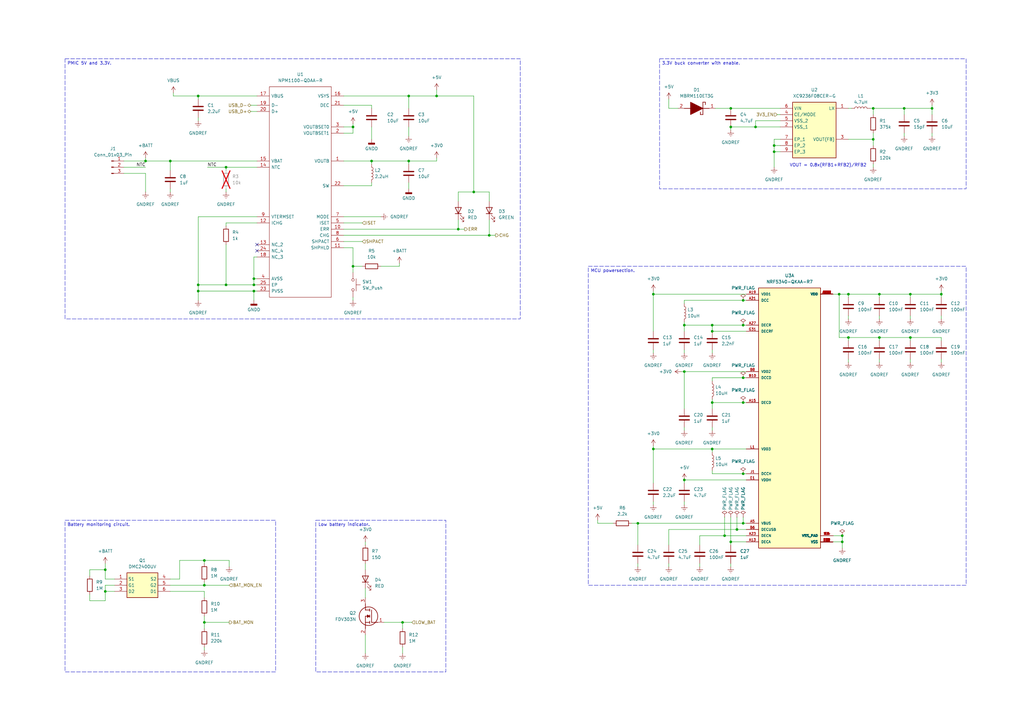
<source format=kicad_sch>
(kicad_sch (version 20231120) (generator "eeschema") (generator_version "8.0")
  (paper "A3")
  (junction (at 43.18 233.68))
  (junction (at 386.08 120.65))
  (junction (at 261.62 214.63))
  (junction (at 187.96 93.98))
  (junction (at 345.44 219.71))
  (junction (at 360.68 120.65))
  (junction (at 358.14 44.45))
  (junction (at 43.18 242.57))
  (junction (at 280.67 133.35))
  (junction (at 167.64 39.37))
  (junction (at 347.98 120.65))
  (junction (at 81.28 119.38))
  (junction (at 292.1 184.15))
  (junction (at 69.85 66.04))
  (junction (at 167.64 66.04))
  (junction (at 267.97 120.65))
  (junction (at 292.1 133.35))
  (junction (at 373.38 138.43))
  (junction (at 317.5 62.23))
  (junction (at 299.72 44.45))
  (junction (at 309.88 52.07))
  (junction (at 104.14 116.84))
  (junction (at 194.31 78.74))
  (junction (at 360.68 138.43))
  (junction (at 104.14 119.38))
  (junction (at 104.14 114.3))
  (junction (at 304.8 154.94))
  (junction (at 81.28 116.84))
  (junction (at 200.66 96.52))
  (junction (at 92.71 68.58))
  (junction (at 304.8 165.1))
  (junction (at 292.1 135.89))
  (junction (at 345.44 222.25))
  (junction (at 144.78 52.07))
  (junction (at 59.69 66.04))
  (junction (at 267.97 184.15))
  (junction (at 304.8 133.35))
  (junction (at 373.38 120.65))
  (junction (at 81.28 39.37))
  (junction (at 83.82 229.87))
  (junction (at 292.1 165.1))
  (junction (at 299.72 222.25))
  (junction (at 358.14 57.15))
  (junction (at 144.78 109.22))
  (junction (at 304.8 194.31))
  (junction (at 83.82 255.27))
  (junction (at 304.8 123.19))
  (junction (at 179.07 39.37))
  (junction (at 152.4 66.04))
  (junction (at 344.17 120.65))
  (junction (at 280.67 196.85))
  (junction (at 83.82 240.03))
  (junction (at 382.27 44.45))
  (junction (at 165.1 255.27))
  (junction (at 299.72 52.07))
  (junction (at 280.67 152.4))
  (junction (at 302.26 217.17))
  (junction (at 347.98 138.43))
  (junction (at 297.18 219.71))
  (junction (at 304.8 214.63))
  (junction (at 92.71 116.84))
  (junction (at 370.84 44.45))
  (junction (at 317.5 59.69))
  (no_connect (at 105.41 100.33))
  (no_connect (at 105.41 102.87))
  (wire (pts (xy 370.84 46.99) (xy 370.84 44.45)))
  (wire (pts (xy 292.1 133.35) (xy 292.1 135.89)))
  (wire (pts (xy 69.85 66.04) (xy 105.41 66.04)))
  (wire (pts (xy 81.28 116.84) (xy 81.28 88.9)))
  (wire (pts (xy 386.08 138.43) (xy 373.38 138.43)))
  (wire (pts (xy 345.44 219.71) (xy 341.63 219.71)))
  (wire (pts (xy 274.32 44.45) (xy 278.13 44.45)))
  (wire (pts (xy 83.82 240.03) (xy 93.98 240.03)))
  (wire (pts (xy 317.5 57.15) (xy 320.04 57.15)))
  (wire (pts (xy 165.1 265.43) (xy 165.1 267.97)))
  (wire (pts (xy 187.96 78.74) (xy 194.31 78.74)))
  (wire (pts (xy 292.1 194.31) (xy 292.1 193.04)))
  (wire (pts (xy 179.07 39.37) (xy 194.31 39.37)))
  (wire (pts (xy 261.62 223.52) (xy 261.62 214.63)))
  (wire (pts (xy 344.17 120.65) (xy 347.98 120.65)))
  (wire (pts (xy 360.68 147.32) (xy 360.68 148.59)))
  (wire (pts (xy 144.78 121.92) (xy 144.78 123.19)))
  (wire (pts (xy 81.28 39.37) (xy 105.41 39.37)))
  (wire (pts (xy 373.38 138.43) (xy 373.38 139.7)))
  (wire (pts (xy 302.26 217.17) (xy 306.07 217.17)))
  (wire (pts (xy 43.18 246.38) (xy 36.83 246.38)))
  (wire (pts (xy 317.5 62.23) (xy 317.5 59.69)))
  (wire (pts (xy 347.98 138.43) (xy 347.98 139.7)))
  (wire (pts (xy 144.78 52.07) (xy 144.78 54.61)))
  (wire (pts (xy 386.08 120.65) (xy 386.08 121.92)))
  (wire (pts (xy 81.28 123.19) (xy 81.28 119.38)))
  (wire (pts (xy 83.82 229.87) (xy 83.82 231.14)))
  (wire (pts (xy 358.14 57.15) (xy 358.14 59.69)))
  (wire (pts (xy 43.18 242.57) (xy 43.18 246.38)))
  (wire (pts (xy 302.26 212.09) (xy 302.26 217.17)))
  (wire (pts (xy 360.68 120.65) (xy 360.68 121.92)))
  (wire (pts (xy 293.37 44.45) (xy 299.72 44.45)))
  (wire (pts (xy 347.98 57.15) (xy 358.14 57.15)))
  (wire (pts (xy 304.8 194.31) (xy 292.1 194.31)))
  (wire (pts (xy 292.1 184.15) (xy 306.07 184.15)))
  (wire (pts (xy 358.14 54.61) (xy 358.14 57.15)))
  (wire (pts (xy 280.67 205.74) (xy 280.67 207.01)))
  (wire (pts (xy 104.14 105.41) (xy 104.14 114.3)))
  (wire (pts (xy 83.82 255.27) (xy 93.98 255.27)))
  (wire (pts (xy 140.97 39.37) (xy 167.64 39.37)))
  (wire (pts (xy 149.86 222.25) (xy 149.86 223.52)))
  (wire (pts (xy 292.1 143.51) (xy 292.1 144.78)))
  (wire (pts (xy 317.5 62.23) (xy 320.04 62.23)))
  (wire (pts (xy 358.14 44.45) (xy 358.14 46.99)))
  (wire (pts (xy 140.97 52.07) (xy 144.78 52.07)))
  (wire (pts (xy 144.78 109.22) (xy 148.59 109.22)))
  (wire (pts (xy 81.28 49.53) (xy 81.28 48.26)))
  (wire (pts (xy 83.82 229.87) (xy 93.98 229.87)))
  (wire (pts (xy 386.08 119.38) (xy 386.08 120.65)))
  (wire (pts (xy 104.14 114.3) (xy 105.41 114.3)))
  (wire (pts (xy 104.14 114.3) (xy 104.14 116.84)))
  (wire (pts (xy 320.04 49.53) (xy 309.88 49.53)))
  (wire (pts (xy 81.28 40.64) (xy 81.28 39.37)))
  (wire (pts (xy 386.08 129.54) (xy 386.08 130.81)))
  (wire (pts (xy 299.72 222.25) (xy 306.07 222.25)))
  (wire (pts (xy 144.78 109.22) (xy 144.78 111.76)))
  (wire (pts (xy 140.97 88.9) (xy 156.21 88.9)))
  (wire (pts (xy 299.72 222.25) (xy 299.72 223.52)))
  (wire (pts (xy 36.83 233.68) (xy 36.83 236.22)))
  (wire (pts (xy 373.38 120.65) (xy 373.38 121.92)))
  (wire (pts (xy 69.85 240.03) (xy 83.82 240.03)))
  (wire (pts (xy 267.97 205.74) (xy 267.97 207.01)))
  (wire (pts (xy 280.67 124.46) (xy 280.67 123.19)))
  (wire (pts (xy 85.09 68.58) (xy 92.71 68.58)))
  (wire (pts (xy 292.1 154.94) (xy 304.8 154.94)))
  (wire (pts (xy 261.62 214.63) (xy 304.8 214.63)))
  (wire (pts (xy 309.88 49.53) (xy 309.88 52.07)))
  (wire (pts (xy 152.4 43.18) (xy 152.4 44.45)))
  (wire (pts (xy 83.82 242.57) (xy 83.82 245.11)))
  (wire (pts (xy 382.27 54.61) (xy 382.27 55.88)))
  (wire (pts (xy 292.1 135.89) (xy 306.07 135.89)))
  (wire (pts (xy 292.1 163.83) (xy 292.1 165.1)))
  (wire (pts (xy 104.14 105.41) (xy 105.41 105.41)))
  (wire (pts (xy 373.38 147.32) (xy 373.38 148.59)))
  (wire (pts (xy 245.11 214.63) (xy 251.46 214.63)))
  (wire (pts (xy 179.07 36.83) (xy 179.07 39.37)))
  (wire (pts (xy 356.87 44.45) (xy 358.14 44.45)))
  (wire (pts (xy 347.98 147.32) (xy 347.98 148.59)))
  (wire (pts (xy 280.67 167.64) (xy 280.67 152.4)))
  (wire (pts (xy 360.68 120.65) (xy 373.38 120.65)))
  (wire (pts (xy 345.44 222.25) (xy 345.44 219.71)))
  (wire (pts (xy 36.83 243.84) (xy 36.83 246.38)))
  (wire (pts (xy 92.71 68.58) (xy 105.41 68.58)))
  (wire (pts (xy 46.99 242.57) (xy 43.18 242.57)))
  (wire (pts (xy 194.31 78.74) (xy 200.66 78.74)))
  (wire (pts (xy 344.17 138.43) (xy 344.17 120.65)))
  (wire (pts (xy 102.87 45.72) (xy 105.41 45.72)))
  (wire (pts (xy 144.78 101.6) (xy 144.78 109.22)))
  (wire (pts (xy 69.85 77.47) (xy 69.85 78.74)))
  (wire (pts (xy 43.18 231.14) (xy 43.18 233.68)))
  (wire (pts (xy 140.97 91.44) (xy 148.59 91.44)))
  (wire (pts (xy 267.97 119.38) (xy 267.97 120.65)))
  (wire (pts (xy 292.1 175.26) (xy 292.1 176.53)))
  (wire (pts (xy 92.71 77.47) (xy 92.71 78.74)))
  (wire (pts (xy 304.8 214.63) (xy 306.07 214.63)))
  (wire (pts (xy 280.67 143.51) (xy 280.67 144.78)))
  (wire (pts (xy 179.07 64.77) (xy 179.07 66.04)))
  (wire (pts (xy 370.84 44.45) (xy 358.14 44.45)))
  (wire (pts (xy 299.72 52.07) (xy 299.72 53.34)))
  (wire (pts (xy 194.31 39.37) (xy 194.31 78.74)))
  (wire (pts (xy 267.97 120.65) (xy 306.07 120.65)))
  (wire (pts (xy 163.83 107.95) (xy 163.83 109.22)))
  (wire (pts (xy 167.64 52.07) (xy 167.64 55.88)))
  (wire (pts (xy 360.68 129.54) (xy 360.68 130.81)))
  (wire (pts (xy 304.8 133.35) (xy 306.07 133.35)))
  (wire (pts (xy 347.98 120.65) (xy 360.68 120.65)))
  (wire (pts (xy 152.4 52.07) (xy 152.4 57.15)))
  (wire (pts (xy 245.11 213.36) (xy 245.11 214.63)))
  (wire (pts (xy 274.32 223.52) (xy 274.32 217.17)))
  (wire (pts (xy 386.08 147.32) (xy 386.08 148.59)))
  (wire (pts (xy 149.86 260.35) (xy 149.86 267.97)))
  (wire (pts (xy 358.14 67.31) (xy 358.14 68.58)))
  (wire (pts (xy 93.98 232.41) (xy 93.98 229.87)))
  (wire (pts (xy 299.72 212.09) (xy 299.72 222.25)))
  (wire (pts (xy 292.1 165.1) (xy 292.1 167.64)))
  (wire (pts (xy 347.98 129.54) (xy 347.98 130.81)))
  (wire (pts (xy 297.18 212.09) (xy 297.18 219.71)))
  (wire (pts (xy 149.86 241.3) (xy 149.86 245.11)))
  (wire (pts (xy 92.71 100.33) (xy 92.71 116.84)))
  (wire (pts (xy 43.18 233.68) (xy 43.18 237.49)))
  (wire (pts (xy 92.71 116.84) (xy 104.14 116.84)))
  (wire (pts (xy 152.4 66.04) (xy 140.97 66.04)))
  (wire (pts (xy 83.82 229.87) (xy 73.66 229.87)))
  (wire (pts (xy 59.69 66.04) (xy 69.85 66.04)))
  (wire (pts (xy 73.66 237.49) (xy 69.85 237.49)))
  (wire (pts (xy 140.97 99.06) (xy 148.59 99.06)))
  (wire (pts (xy 187.96 93.98) (xy 190.5 93.98)))
  (wire (pts (xy 318.77 46.99) (xy 320.04 46.99)))
  (wire (pts (xy 280.67 132.08) (xy 280.67 133.35)))
  (wire (pts (xy 81.28 119.38) (xy 81.28 116.84)))
  (wire (pts (xy 187.96 90.17) (xy 187.96 93.98)))
  (wire (pts (xy 167.64 44.45) (xy 167.64 39.37)))
  (wire (pts (xy 347.98 120.65) (xy 347.98 121.92)))
  (wire (pts (xy 274.32 217.17) (xy 302.26 217.17)))
  (wire (pts (xy 59.69 64.77) (xy 59.69 66.04)))
  (wire (pts (xy 267.97 182.88) (xy 267.97 184.15)))
  (wire (pts (xy 59.69 78.74) (xy 59.69 71.12)))
  (wire (pts (xy 287.02 231.14) (xy 287.02 232.41)))
  (wire (pts (xy 297.18 219.71) (xy 306.07 219.71)))
  (wire (pts (xy 292.1 165.1) (xy 304.8 165.1)))
  (wire (pts (xy 304.8 154.94) (xy 306.07 154.94)))
  (wire (pts (xy 341.63 120.65) (xy 344.17 120.65)))
  (wire (pts (xy 347.98 138.43) (xy 344.17 138.43)))
  (wire (pts (xy 83.82 240.03) (xy 83.82 238.76)))
  (wire (pts (xy 280.67 152.4) (xy 306.07 152.4)))
  (wire (pts (xy 200.66 96.52) (xy 140.97 96.52)))
  (wire (pts (xy 71.12 38.1) (xy 71.12 39.37)))
  (wire (pts (xy 267.97 135.89) (xy 267.97 120.65)))
  (wire (pts (xy 274.32 231.14) (xy 274.32 232.41)))
  (wire (pts (xy 43.18 237.49) (xy 46.99 237.49)))
  (wire (pts (xy 287.02 219.71) (xy 297.18 219.71)))
  (wire (pts (xy 261.62 231.14) (xy 261.62 232.41)))
  (wire (pts (xy 92.71 91.44) (xy 92.71 92.71)))
  (wire (pts (xy 299.72 231.14) (xy 299.72 232.41)))
  (wire (pts (xy 280.67 133.35) (xy 280.67 135.89)))
  (wire (pts (xy 167.64 66.04) (xy 152.4 66.04)))
  (wire (pts (xy 36.83 233.68) (xy 43.18 233.68)))
  (wire (pts (xy 165.1 255.27) (xy 157.48 255.27)))
  (wire (pts (xy 360.68 138.43) (xy 360.68 139.7)))
  (wire (pts (xy 50.8 66.04) (xy 59.69 66.04)))
  (wire (pts (xy 152.4 67.31) (xy 152.4 66.04)))
  (wire (pts (xy 382.27 44.45) (xy 370.84 44.45)))
  (wire (pts (xy 345.44 224.79) (xy 345.44 222.25)))
  (wire (pts (xy 167.64 39.37) (xy 179.07 39.37)))
  (wire (pts (xy 299.72 52.07) (xy 309.88 52.07)))
  (wire (pts (xy 259.08 214.63) (xy 261.62 214.63)))
  (wire (pts (xy 280.67 133.35) (xy 292.1 133.35)))
  (wire (pts (xy 167.64 74.93) (xy 167.64 77.47)))
  (wire (pts (xy 165.1 257.81) (xy 165.1 255.27)))
  (wire (pts (xy 102.87 43.18) (xy 105.41 43.18)))
  (wire (pts (xy 165.1 255.27) (xy 168.91 255.27)))
  (wire (pts (xy 156.21 109.22) (xy 163.83 109.22)))
  (wire (pts (xy 279.4 152.4) (xy 280.67 152.4)))
  (wire (pts (xy 306.07 196.85) (xy 280.67 196.85)))
  (wire (pts (xy 71.12 39.37) (xy 81.28 39.37)))
  (wire (pts (xy 46.99 240.03) (xy 43.18 240.03)))
  (wire (pts (xy 69.85 242.57) (xy 83.82 242.57)))
  (wire (pts (xy 274.32 40.64) (xy 274.32 44.45)))
  (wire (pts (xy 341.63 222.25) (xy 345.44 222.25)))
  (wire (pts (xy 83.82 255.27) (xy 83.82 257.81)))
  (wire (pts (xy 382.27 43.18) (xy 382.27 44.45)))
  (wire (pts (xy 83.82 252.73) (xy 83.82 255.27)))
  (wire (pts (xy 105.41 91.44) (xy 92.71 91.44)))
  (wire (pts (xy 140.97 43.18) (xy 152.4 43.18)))
  (wire (pts (xy 104.14 119.38) (xy 105.41 119.38)))
  (wire (pts (xy 370.84 54.61) (xy 370.84 55.88)))
  (wire (pts (xy 292.1 156.21) (xy 292.1 154.94)))
  (wire (pts (xy 144.78 54.61) (xy 140.97 54.61)))
  (wire (pts (xy 309.88 52.07) (xy 320.04 52.07)))
  (wire (pts (xy 373.38 138.43) (xy 360.68 138.43)))
  (wire (pts (xy 360.68 138.43) (xy 347.98 138.43)))
  (wire (pts (xy 292.1 185.42) (xy 292.1 184.15)))
  (wire (pts (xy 287.02 223.52) (xy 287.02 219.71)))
  (wire (pts (xy 152.4 76.2) (xy 140.97 76.2)))
  (wire (pts (xy 280.67 196.85) (xy 280.67 198.12)))
  (wire (pts (xy 149.86 231.14) (xy 149.86 233.68)))
  (wire (pts (xy 179.07 66.04) (xy 167.64 66.04)))
  (wire (pts (xy 299.72 44.45) (xy 320.04 44.45)))
  (wire (pts (xy 92.71 69.85) (xy 92.71 68.58)))
  (wire (pts (xy 280.67 175.26) (xy 280.67 176.53)))
  (wire (pts (xy 69.85 69.85) (xy 69.85 66.04)))
  (wire (pts (xy 304.8 212.09) (xy 304.8 214.63)))
  (wire (pts (xy 304.8 165.1) (xy 306.07 165.1)))
  (wire (pts (xy 200.66 96.52) (xy 203.2 96.52)))
  (wire (pts (xy 81.28 88.9) (xy 105.41 88.9)))
  (wire (pts (xy 81.28 116.84) (xy 92.71 116.84)))
  (wire (pts (xy 304.8 194.31) (xy 306.07 194.31)))
  (wire (pts (xy 187.96 82.55) (xy 187.96 78.74)))
  (wire (pts (xy 152.4 74.93) (xy 152.4 76.2)))
  (wire (pts (xy 200.66 78.74) (xy 200.66 82.55)))
  (wire (pts (xy 167.64 67.31) (xy 167.64 66.04)))
  (wire (pts (xy 317.5 59.69) (xy 317.5 57.15)))
  (wire (pts (xy 83.82 265.43) (xy 83.82 266.7)))
  (wire (pts (xy 317.5 68.58) (xy 317.5 62.23)))
  (wire (pts (xy 373.38 129.54) (xy 373.38 130.81)))
  (wire (pts (xy 59.69 71.12) (xy 50.8 71.12)))
  (wire (pts (xy 200.66 90.17) (xy 200.66 96.52)))
  (wire (pts (xy 144.78 50.8) (xy 144.78 52.07)))
  (wire (pts (xy 267.97 184.15) (xy 292.1 184.15)))
  (wire (pts (xy 317.5 59.69) (xy 320.04 59.69)))
  (wire (pts (xy 280.67 123.19) (xy 304.8 123.19)))
  (wire (pts (xy 104.14 116.84) (xy 105.41 116.84)))
  (wire (pts (xy 267.97 198.12) (xy 267.97 184.15)))
  (wire (pts (xy 386.08 139.7) (xy 386.08 138.43)))
  (wire (pts (xy 140.97 101.6) (xy 144.78 101.6)))
  (wire (pts (xy 347.98 44.45) (xy 349.25 44.45)))
  (wire (pts (xy 104.14 119.38) (xy 104.14 123.19)))
  (wire (pts (xy 187.96 93.98) (xy 140.97 93.98)))
  (wire (pts (xy 373.38 120.65) (xy 386.08 120.65)))
  (wire (pts (xy 382.27 46.99) (xy 382.27 44.45)))
  (wire (pts (xy 292.1 133.35) (xy 304.8 133.35)))
  (wire (pts (xy 50.8 68.58) (xy 59.69 68.58)))
  (wire (pts (xy 304.8 123.19) (xy 306.07 123.19)))
  (wire (pts (xy 81.28 119.38) (xy 104.14 119.38)))
  (wire (pts (xy 73.66 229.87) (xy 73.66 237.49)))
  (wire (pts (xy 43.18 240.03) (xy 43.18 242.57)))
  (wire (pts (xy 267.97 143.51) (xy 267.97 144.78)))
  (text_box "MCU powersection." (at 241.3 109.22 0) (size 154.94 130.81) (stroke (width 0) (type dash)) (effects (font (size 1.27 1.27)) (justify left top)))
  (text_box "PMIC 5V and 3.3V." (at 26.67 24.13 0) (size 186.69 106.68) (stroke (width 0) (type dash)) (effects (font (size 1.27 1.27)) (justify left top)))
  (text_box "3.3V buck converter with enable." (at 270.51 24.13 0) (size 125.73 53.34) (stroke (width 0) (type dash)) (effects (font (size 1.27 1.27)) (justify left top)))
  (text_box "Low battery indicator." (at 129.54 213.36 0) (size 53.34 62.23) (stroke (width 0) (type dash)) (effects (font (size 1.27 1.27)) (justify left top)))
  (text_box "Battery monitoring circuit." (at 26.67 213.36 0) (size 86.36 62.23) (stroke (width 0) (type dash)) (effects (font (size 1.27 1.27)) (justify left top)))
  (text "VOUT = 0.8x(RFB1+RFB2)/RFB2" (at 323.85 68.58 0) (effects (font (size 1.27 1.27)) (justify left bottom)))
  (label "NTC" (at 85.09 68.58 0))
  (label "NTC" (at 59.69 68.58 180))
  (hierarchical_label "USB_D+" (shape bidirectional) (at 102.87 45.72 180))
  (hierarchical_label "ISET" (shape input) (at 148.59 91.44 0))
  (hierarchical_label "3V3_EN" (shape input) (at 318.77 46.99 180))
  (hierarchical_label "ERR" (shape output) (at 190.5 93.98 0))
  (hierarchical_label "BAT_MON" (shape output) (at 93.98 255.27 0))
  (hierarchical_label "CHG" (shape output) (at 203.2 96.52 0))
  (hierarchical_label "SHPACT" (shape input) (at 148.59 99.06 0))
  (hierarchical_label "BAT_MON_EN" (shape input) (at 93.98 240.03 0))
  (hierarchical_label "LOW_BAT" (shape input) (at 168.91 255.27 0))
  (hierarchical_label "USB_D-" (shape bidirectional) (at 102.87 43.18 180))
  (symbol (lib_id "Device:C") (at 280.67 171.45 180) (unit 1)
    (property "Reference" "C20" (at 284.48 170.18 0) (effects (justify right)))
    (property "Value" "1uF" (at 284.48 172.72 0) (effects (justify right)))
    (property "Footprint" "Capacitor_SMD:C_0805_2012Metric_Pad1.18x1.45mm_HandSolder" (effects (hide yes)))
  )
  (symbol (lib_id "Device:C") (at 152.4 48.26 180) (unit 1)
    (property "Reference" "C2" (at 158.75 46.99 0) (effects (justify right)))
    (property "Value" "10uF" (at 158.75 49.53 0) (effects (justify right)))
    (property "Footprint" "Capacitor_SMD:C_0805_2012Metric_Pad1.18x1.45mm_HandSolder" (effects (hide yes)))
  )
  (symbol (lib_id "power:+3V0") (at 279.4 152.4 90) (unit 1)
    (property "Reference" "#PWR044" (effects (hide yes)))
    (property "Value" "+3V0" (at 275.59 152.4 90) (effects (justify left)))
  )
  (symbol (lib_id "power:GNDREF") (at 292.1 144.78 0) (unit 1)
    (property "Reference" "#PWR039" (effects (hide yes)))
    (property "Value" "GNDREF" (at 292.1 149.86 0))
  )
  (symbol (lib_id "power:GNDREF") (at 360.68 130.81 0) (unit 1)
    (property "Reference" "#PWR034" (effects (hide yes)))
    (property "Value" "GNDREF" (at 360.68 135.89 0))
  )
  (symbol (lib_id "power:GNDREF") (at 373.38 148.59 0) (unit 1)
    (property "Reference" "#PWR042" (effects (hide yes)))
    (property "Value" "GNDREF" (at 373.38 153.67 0))
  )
  (symbol (lib_id "power:+3V0") (at 149.86 222.25 0) (unit 1)
    (property "Reference" "#PWR052" (effects (hide yes)))
    (property "Value" "+3V0" (at 149.86 217.17 0))
  )
  (symbol (lib_id "power:GNDREF") (at 317.5 68.58 0) (unit 1)
    (property "Reference" "#PWR020" (effects (hide yes)))
    (property "Value" "GNDREF" (at 317.5 73.66 0))
  )
  (symbol (lib_id "Device:C") (at 386.08 125.73 180) (unit 1)
    (property "Reference" "C12" (at 389.89 124.46 0) (effects (justify right)))
    (property "Value" "100nF" (at 389.89 127 0) (effects (justify right)))
    (property "Footprint" "Capacitor_SMD:C_0805_2012Metric_Pad1.18x1.45mm_HandSolder" (effects (hide yes)))
  )
  (symbol (lib_id "Device:C") (at 386.08 143.51 180) (unit 1)
    (property "Reference" "C19" (at 389.89 142.24 0) (effects (justify right)))
    (property "Value" "100nF" (at 389.89 144.78 0) (effects (justify right)))
    (property "Footprint" "Capacitor_SMD:C_0805_2012Metric_Pad1.18x1.45mm_HandSolder" (effects (hide yes)))
  )
  (symbol (lib_id "power:GNDREF") (at 59.69 78.74 0) (unit 1)
    (property "Reference" "#PWR023" (effects (hide yes)))
    (property "Value" "GNDREF" (at 59.69 83.82 0))
  )
  (symbol (lib_id "power:GNDREF") (at 345.44 224.79 0) (unit 1)
    (property "Reference" "#PWR053" (effects (hide yes)))
    (property "Value" "GNDREF" (at 345.44 229.87 0))
  )
  (symbol (lib_id "power:VBUS") (at 71.12 38.1 0) (unit 1)
    (property "Reference" "#PWR08" (effects (hide yes)))
    (property "Value" "VBUS" (at 71.12 33.02 0))
  )
  (symbol (lib_id "power:GNDREF") (at 347.98 148.59 0) (unit 1)
    (property "Reference" "#PWR040" (effects (hide yes)))
    (property "Value" "GNDREF" (at 347.98 153.67 0))
  )
  (symbol (lib_id "power:+3V3") (at 382.27 43.18 0) (unit 1)
    (property "Reference" "#PWR010" (effects (hide yes)))
    (property "Value" "+3V3" (at 382.27 38.1 0))
  )
  (symbol (lib_id "power:+5V") (at 280.67 196.85 0) (unit 1)
    (property "Reference" "#PWR048" (effects (hide yes)))
    (property "Value" "+5V" (at 280.67 191.77 0))
  )
  (symbol (lib_id "power:GNDREF") (at 144.78 123.19 0) (unit 1)
    (property "Reference" "#PWR032" (effects (hide yes)))
    (property "Value" "GNDREF" (at 144.78 128.27 0))
  )
  (symbol (lib_id "power:GNDREF") (at 165.1 267.97 0) (unit 1)
    (property "Reference" "#PWR062" (effects (hide yes)))
    (property "Value" "GNDREF" (at 165.1 273.05 0))
  )
  (symbol (lib_id "power:GNDREF") (at 81.28 123.19 0) (unit 1)
    (property "Reference" "#PWR030" (effects (hide yes)))
    (property "Value" "GNDREF" (at 81.28 128.27 0))
  )
  (symbol (lib_id "power:+3V0") (at 267.97 119.38 0) (unit 1)
    (property "Reference" "#PWR028" (effects (hide yes)))
    (property "Value" "+3V0" (at 267.97 114.3 0))
  )
  (symbol (lib_id "power:PWR_FLAG") (at 304.8 133.35 0) (unit 1)
    (property "Reference" "#FLG08" (effects (hide yes)))
    (property "Value" "PWR_FLAG" (at 304.8 128.27 0))
  )
  (symbol (lib_id "Device:L") (at 292.1 189.23 0) (unit 1)
    (property "Reference" "L5" (at 293.37 187.96 0) (effects (justify left)))
    (property "Value" "10uH" (at 293.37 190.5 0) (effects (justify left)))
    (property "Footprint" "Inductor_SMD:L_0805_2012Metric_Pad1.05x1.20mm_HandSolder" (effects (hide yes)))
  )
  (symbol (lib_id "power:GNDREF") (at 280.67 176.53 0) (unit 1)
    (property "Reference" "#PWR045" (effects (hide yes)))
    (property "Value" "GNDREF" (at 280.67 181.61 0))
  )
  (symbol (lib_id "Device:C") (at 81.28 44.45 180) (unit 1)
    (property "Reference" "C1" (at 85.09 43.18 0) (effects (justify right)))
    (property "Value" "2.2uF" (at 85.09 45.72 0) (effects (justify right)))
    (property "Footprint" "Capacitor_SMD:C_0805_2012Metric_Pad1.18x1.45mm_HandSolder" (effects (hide yes)))
  )
  (symbol (lib_id "Device:R") (at 358.14 50.8 0) (unit 1)
    (property "Reference" "R1" (at 360.68 49.53 0) (effects (justify left)))
    (property "Value" "375k" (at 360.68 52.07 0) (effects (justify left)))
    (property "Footprint" "Resistor_SMD:R_0603_1608Metric_Pad0.98x0.95mm_HandSolder" (effects (hide yes)))
  )
  (symbol (lib_id "power:GNDD") (at 167.64 77.47 0) (unit 1)
    (property "Reference" "#PWR022" (effects (hide yes)))
    (property "Value" "GNDD" (at 167.64 81.28 0))
  )
  (symbol (lib_id "power:GNDREF") (at 81.28 49.53 0) (unit 1)
    (property "Reference" "#PWR011" (effects (hide yes)))
    (property "Value" "GNDREF" (at 81.28 54.61 0))
  )
  (symbol (lib_id "power:+5V") (at 144.78 50.8 0) (unit 1)
    (property "Reference" "#PWR012" (effects (hide yes)))
    (property "Value" "+5V" (at 144.78 45.72 0))
  )
  (symbol (lib_id "Device:LED") (at 187.96 86.36 90) (unit 1)
    (property "Reference" "D2" (at 191.77 86.6775 90) (effects (justify right)))
    (property "Value" "RED" (at 191.77 89.2175 90) (effects (justify right)))
    (property "Footprint" "LED_SMD:LED_0603_1608Metric_Pad1.05x0.95mm_HandSolder" (effects (hide yes)))
  )
  (symbol (lib_id "Device:C") (at 267.97 201.93 180) (unit 1)
    (property "Reference" "C22" (at 271.78 200.66 0) (effects (justify right)))
    (property "Value" "2.2uF" (at 271.78 203.2 0) (effects (justify right)))
    (property "Footprint" "Capacitor_SMD:C_0805_2012Metric_Pad1.18x1.45mm_HandSolder" (effects (hide yes)))
  )
  (symbol (lib_id "power:+5V") (at 245.11 213.36 0) (unit 1)
    (property "Reference" "#PWR051" (effects (hide yes)))
    (property "Value" "+5V" (at 245.11 208.28 0))
  )
  (symbol (lib_id "Device:C") (at 382.27 50.8 180) (unit 1)
    (property "Reference" "C6" (at 386.08 49.53 0) (effects (justify right)))
    (property "Value" "10uF" (at 386.08 52.07 0) (effects (justify right)))
    (property "Footprint" "Capacitor_SMD:C_0805_2012Metric_Pad1.18x1.45mm_HandSolder" (effects (hide yes)))
  )
  (symbol (lib_id "power:GNDREF") (at 156.21 88.9 90) (unit 1)
    (property "Reference" "#PWR026" (effects (hide yes)))
    (property "Value" "GNDREF" (at 160.02 88.9 90) (effects (justify right)))
  )
  (symbol (lib_id "Device:C") (at 69.85 73.66 180) (unit 1)
    (property "Reference" "C8" (at 73.66 72.39 0) (effects (justify right)))
    (property "Value" "1uF" (at 73.66 74.93 0) (effects (justify right)))
    (property "Footprint" "Capacitor_SMD:C_0805_2012Metric_Pad1.18x1.45mm_HandSolder" (effects (hide yes)))
  )
  (symbol (lib_id "power:+5V") (at 274.32 40.64 0) (unit 1)
    (property "Reference" "#PWR09" (effects (hide yes)))
    (property "Value" "+5V" (at 274.32 35.56 0))
  )
  (symbol (lib_id "power:GNDREF") (at 267.97 207.01 0) (unit 1)
    (property "Reference" "#PWR049" (effects (hide yes)))
    (property "Value" "GNDREF" (at 267.97 212.09 0))
  )
  (symbol (lib_id "Device:C") (at 373.38 143.51 180) (unit 1)
    (property "Reference" "C18" (at 377.19 142.24 0) (effects (justify right)))
    (property "Value" "100nF" (at 377.19 144.78 0) (effects (justify right)))
    (property "Footprint" "Capacitor_SMD:C_0805_2012Metric_Pad1.18x1.45mm_HandSolder" (effects (hide yes)))
  )
  (symbol (lib_id "power:GNDREF") (at 280.67 207.01 0) (unit 1)
    (property "Reference" "#PWR050" (effects (hide yes)))
    (property "Value" "GNDREF" (at 280.67 212.09 0))
  )
  (symbol (lib_id "power:PWR_FLAG") (at 304.8 123.19 0) (unit 1)
    (property "Reference" "#FLG07" (effects (hide yes)))
    (property "Value" "PWR_FLAG" (at 304.8 118.11 0))
  )
  (symbol (lib_id "SamacSys_Parts:XC9236F08CER-G") (at 320.04 52.07 0) (unit 1)
    (property "Reference" "U2" (at 334.01 36.83 0))
    (property "Value" "XC9236F08CER-G" (at 334.01 39.37 0))
    (property "Footprint" "XC9236F08CERG" (effects (hide yes)))
    (property "Datasheet" "https://www.torexsemi.com/file/xc9235/XC9235-XC9236-XC9237.pdf" (effects (hide yes)))
    (property "Height" "0.6" (effects (hide yes)))
    (property "Manufacturer_Name" "Torex" (effects (hide yes)))
    (property "Manufacturer_Part_Number" "XC9236F08CER-G" (effects (hide yes)))
    (property "Mouser Part Number" "865-XC9236F08CER-G" (effects (hide yes)))
    (property "Mouser Price/Stock" "https://www.mouser.co.uk/ProductDetail/Torex-Semiconductor/XC9236F08CER-G?qs=AsjdqWjXhJ%2FIYpgXswVPgA%3D%3D" (effects (hide yes)))
  )
  (symbol (lib_id "power:GNDREF") (at 274.32 232.41 0) (unit 1)
    (property "Reference" "#PWR057" (effects (hide yes)))
    (property "Value" "GNDREF" (at 274.32 237.49 0))
  )
  (symbol (lib_id "Device:C") (at 347.98 143.51 180) (unit 1)
    (property "Reference" "C16" (at 351.79 142.24 0) (effects (justify right)))
    (property "Value" "100nF" (at 351.79 144.78 0) (effects (justify right)))
    (property "Footprint" "Capacitor_SMD:C_0805_2012Metric_Pad1.18x1.45mm_HandSolder" (effects (hide yes)))
  )
  (symbol (lib_id "power:GNDREF") (at 347.98 130.81 0) (unit 1)
    (property "Reference" "#PWR033" (effects (hide yes)))
    (property "Value" "GNDREF" (at 347.98 135.89 0))
  )
  (symbol (lib_id "Device:C") (at 167.64 71.12 180) (unit 1)
    (property "Reference" "C7" (at 171.45 69.85 0) (effects (justify right)))
    (property "Value" "10uF" (at 171.45 72.39 0) (effects (justify right)))
    (property "Footprint" "Capacitor_SMD:C_0805_2012Metric_Pad1.18x1.45mm_HandSolder" (effects (hide yes)))
  )
  (symbol (lib_id "Device:C") (at 167.64 48.26 180) (unit 1)
    (property "Reference" "C3" (at 171.45 46.99 0) (effects (justify right)))
    (property "Value" "10uF" (at 171.45 49.53 0) (effects (justify right)))
    (property "Footprint" "Capacitor_SMD:C_0805_2012Metric_Pad1.18x1.45mm_HandSolder" (effects (hide yes)))
  )
  (symbol (lib_id "power:GNDD") (at 104.14 123.19 0) (unit 1)
    (property "Reference" "#PWR031" (effects (hide yes)))
    (property "Value" "GNDD" (at 104.14 127 0))
  )
  (symbol (lib_id "Device:C") (at 299.72 48.26 180) (unit 1)
    (property "Reference" "C4" (at 303.53 46.99 0) (effects (justify right)))
    (property "Value" "4.7uF" (at 303.53 49.53 0) (effects (justify right)))
    (property "Footprint" "Capacitor_SMD:C_0805_2012Metric_Pad1.18x1.45mm_HandSolder" (effects (hide yes)))
  )
  (symbol (lib_id "Device:C") (at 287.02 227.33 180) (unit 1)
    (property "Reference" "C26" (at 290.83 226.06 0) (effects (justify right)))
    (property "Value" "100nF" (at 290.83 228.6 0) (effects (justify right)))
    (property "Footprint" "Capacitor_SMD:C_0805_2012Metric_Pad1.18x1.45mm_HandSolder" (effects (hide yes)))
  )
  (symbol (lib_id "power:GNDREF") (at 261.62 232.41 0) (unit 1)
    (property "Reference" "#PWR056" (effects (hide yes)))
    (property "Value" "GNDREF" (at 261.62 237.49 0))
  )
  (symbol (lib_id "Device:LED") (at 149.86 237.49 90) (unit 1)
    (property "Reference" "D4" (at 153.67 237.8075 90) (effects (justify right)))
    (property "Value" "RED" (at 153.67 240.3475 90) (effects (justify right)))
    (property "Footprint" "LED_SMD:LED_0603_1608Metric_Pad1.05x0.95mm_HandSolder" (effects (hide yes)))
  )
  (symbol (lib_id "power:GNDREF") (at 299.72 232.41 0) (unit 1)
    (property "Reference" "#PWR059" (effects (hide yes)))
    (property "Value" "GNDREF" (at 299.72 237.49 0))
  )
  (symbol (lib_id "power:PWR_FLAG") (at 304.8 154.94 0) (unit 1)
    (property "Reference" "#FLG09" (effects (hide yes)))
    (property "Value" "PWR_FLAG" (at 304.8 149.86 0))
  )
  (symbol (lib_id "power:+BATT") (at 43.18 231.14 0) (unit 1)
    (property "Reference" "#PWR054" (effects (hide yes)))
    (property "Value" "+BATT" (at 43.18 226.06 0))
  )
  (symbol (lib_id "Device:C") (at 261.62 227.33 180) (unit 1)
    (property "Reference" "C24" (at 265.43 226.06 0) (effects (justify right)))
    (property "Value" "4.7uF" (at 265.43 228.6 0) (effects (justify right)))
    (property "Footprint" "Capacitor_SMD:C_0805_2012Metric_Pad1.18x1.45mm_HandSolder" (effects (hide yes)))
  )
  (symbol (lib_id "Device:LED") (at 200.66 86.36 90) (unit 1)
    (property "Reference" "D3" (at 204.47 86.6775 90) (effects (justify right)))
    (property "Value" "GREEN" (at 204.47 89.2175 90) (effects (justify right)))
    (property "Footprint" "LED_SMD:LED_0603_1608Metric_Pad1.05x0.95mm_HandSolder" (effects (hide yes)))
  )
  (symbol (lib_id "power:GNDREF") (at 292.1 176.53 0) (unit 1)
    (property "Reference" "#PWR046" (effects (hide yes)))
    (property "Value" "GNDREF" (at 292.1 181.61 0))
  )
  (symbol (lib_id "Device:C") (at 347.98 125.73 180) (unit 1)
    (property "Reference" "C9" (at 351.79 124.46 0) (effects (justify right)))
    (property "Value" "100nF" (at 351.79 127 0) (effects (justify right)))
    (property "Footprint" "Capacitor_SMD:C_0805_2012Metric_Pad1.18x1.45mm_HandSolder" (effects (hide yes)))
  )
  (symbol (lib_id "Device:C") (at 360.68 143.51 180) (unit 1)
    (property "Reference" "C17" (at 364.49 142.24 0) (effects (justify right)))
    (property "Value" "100nF" (at 364.49 144.78 0) (effects (justify right)))
    (property "Footprint" "Capacitor_SMD:C_0805_2012Metric_Pad1.18x1.45mm_HandSolder" (effects (hide yes)))
  )
  (symbol (lib_id "power:+3V0") (at 386.08 119.38 0) (unit 1)
    (property "Reference" "#PWR029" (effects (hide yes)))
    (property "Value" "+3V0" (at 386.08 114.3 0))
  )
  (symbol (lib_id "Device:R") (at 358.14 63.5 0) (unit 1)
    (property "Reference" "R2" (at 360.68 62.23 0) (effects (justify left)))
    (property "Value" "120k" (at 360.68 64.77 0) (effects (justify left)))
    (property "Footprint" "Resistor_SMD:R_0603_1608Metric_Pad0.98x0.95mm_HandSolder" (effects (hide yes)))
  )
  (symbol (lib_id "Device:L") (at 152.4 71.12 0) (unit 1)
    (property "Reference" "L2" (at 153.67 69.85 0) (effects (justify left)))
    (property "Value" "2.2uH" (at 153.67 72.39 0) (effects (justify left)))
    (property "Footprint" "Inductor_SMD:L_0805_2012Metric_Pad1.05x1.20mm_HandSolder" (effects (hide yes)))
  )
  (symbol (lib_id "Device:L") (at 353.06 44.45 90) (unit 1)
    (property "Reference" "L1" (at 353.06 39.37 90))
    (property "Value" "4.7uH" (at 353.06 41.91 90))
    (property "Footprint" "Inductor_SMD:L_0805_2012Metric_Pad1.05x1.20mm_HandSolder" (effects (hide yes)))
  )
  (symbol (lib_id "power:GNDREF") (at 373.38 130.81 0) (unit 1)
    (property "Reference" "#PWR035" (effects (hide yes)))
    (property "Value" "GNDREF" (at 373.38 135.89 0))
  )
  (symbol (lib_id "power:GNDREF") (at 370.84 55.88 0) (unit 1)
    (property "Reference" "#PWR015" (effects (hide yes)))
    (property "Value" "GNDREF" (at 370.84 60.96 0))
  )
  (symbol (lib_id "power:PWR_FLAG") (at 299.72 212.09 0) (unit 1)
    (property "Reference" "#FLG016" (effects (hide yes)))
    (property "Value" "PWR_FLAG" (at 299.72 204.47 90))
  )
  (symbol (lib_id "Device:C") (at 360.68 125.73 180) (unit 1)
    (property "Reference" "C10" (at 364.49 124.46 0) (effects (justify right)))
    (property "Value" "100nF" (at 364.49 127 0) (effects (justify right)))
    (property "Footprint" "Capacitor_SMD:C_0805_2012Metric_Pad1.18x1.45mm_HandSolder" (effects (hide yes)))
  )
  (symbol (lib_id "power:PWR_FLAG") (at 304.8 194.31 0) (unit 1)
    (property "Reference" "#FLG011" (effects (hide yes)))
    (property "Value" "PWR_FLAG" (at 304.8 189.23 0))
  )
  (symbol (lib_id "Device:C") (at 274.32 227.33 180) (unit 1)
    (property "Reference" "C25" (at 278.13 226.06 0) (effects (justify right)))
    (property "Value" "4.7uF" (at 278.13 228.6 0) (effects (justify right)))
    (property "Footprint" "Capacitor_SMD:C_0805_2012Metric_Pad1.18x1.45mm_HandSolder" (effects (hide yes)))
  )
  (symbol (lib_id "power:PWR_FLAG") (at 297.18 212.09 0) (unit 1)
    (property "Reference" "#FLG014" (effects (hide yes)))
    (property "Value" "PWR_FLAG" (at 297.18 204.47 90))
  )
  (symbol (lib_id "power:PWR_FLAG") (at 304.8 165.1 0) (unit 1)
    (property "Reference" "#FLG010" (effects (hide yes)))
    (property "Value" "PWR_FLAG" (at 304.8 160.02 0))
  )
  (symbol (lib_id "Device:C") (at 292.1 139.7 180) (unit 1)
    (property "Reference" "C15" (at 295.91 138.43 0) (effects (justify right)))
    (property "Value" "2.2nF" (at 295.91 140.97 0) (effects (justify right)))
    (property "Footprint" "Capacitor_SMD:C_0805_2012Metric_Pad1.18x1.45mm_HandSolder" (effects (hide yes)))
  )
  (symbol (lib_id "power:GNDREF") (at 386.08 148.59 0) (unit 1)
    (property "Reference" "#PWR043" (effects (hide yes)))
    (property "Value" "GNDREF" (at 386.08 153.67 0))
  )
  (symbol (lib_id "power:GNDREF") (at 280.67 144.78 0) (unit 1)
    (property "Reference" "#PWR038" (effects (hide yes)))
    (property "Value" "GNDREF" (at 280.67 149.86 0))
  )
  (symbol (lib_id "Device:C") (at 370.84 50.8 180) (unit 1)
    (property "Reference" "C5" (at 374.65 49.53 0) (effects (justify right)))
    (property "Value" "15pF" (at 374.65 52.07 0) (effects (justify right)))
    (property "Footprint" "Capacitor_SMD:C_0805_2012Metric_Pad1.18x1.45mm_HandSolder" (effects (hide yes)))
  )
  (symbol (lib_id "Device:C") (at 267.97 139.7 180) (unit 1)
    (property "Reference" "C13" (at 271.78 138.43 0) (effects (justify right)))
    (property "Value" "1uF" (at 271.78 140.97 0) (effects (justify right)))
    (property "Footprint" "Capacitor_SMD:C_0805_2012Metric_Pad1.18x1.45mm_HandSolder" (effects (hide yes)))
  )
  (symbol (lib_id "power:+BATT") (at 59.69 64.77 0) (unit 1)
    (property "Reference" "#PWR018" (effects (hide yes)))
    (property "Value" "+BATT" (at 59.69 59.69 0))
  )
  (symbol (lib_id "Device:C") (at 280.67 139.7 180) (unit 1)
    (property "Reference" "C14" (at 284.48 138.43 0) (effects (justify right)))
    (property "Value" "1uF" (at 284.48 140.97 0) (effects (justify right)))
    (property "Footprint" "Capacitor_SMD:C_0805_2012Metric_Pad1.18x1.45mm_HandSolder" (effects (hide yes)))
  )
  (symbol (lib_id "Device:R") (at 255.27 214.63 90) (unit 1)
    (property "Reference" "R6" (at 255.27 208.28 90))
    (property "Value" "2.2k" (at 255.27 210.82 90))
    (property "Footprint" "Resistor_SMD:R_0603_1608Metric_Pad0.98x0.95mm_HandSolder" (effects (hide yes)))
  )
  (symbol (lib_id "power:PWR_FLAG") (at 302.26 212.09 0) (unit 1)
    (property "Reference" "#FLG013" (effects (hide yes)))
    (property "Value" "PWR_FLAG" (at 302.26 204.47 90))
  )
  (symbol (lib_id "power:GNDREF") (at 360.68 148.59 0) (unit 1)
    (property "Reference" "#PWR041" (effects (hide yes)))
    (property "Value" "GNDREF" (at 360.68 153.67 0))
  )
  (symbol (lib_id "power:GNDREF") (at 287.02 232.41 0) (unit 1)
    (property "Reference" "#PWR058" (effects (hide yes)))
    (property "Value" "GNDREF" (at 287.02 237.49 0))
  )
  (symbol (lib_id "Connector:Conn_01x03_Pin") (at 45.72 68.58 0) (unit 1)
    (property "Reference" "J1" (at 46.355 60.96 0))
    (property "Value" "Conn_01x03_Pin" (at 46.355 63.5 0))
    (property "Footprint" "Connector_JST:JST_XH_B3B-XH-A_1x03_P2.50mm_Vertical" (effects (hide yes)))
  )
  (symbol (lib_id "Device:C") (at 280.67 201.93 180) (unit 1)
    (property "Reference" "C23" (at 284.48 200.66 0) (effects (justify right)))
    (property "Value" "4.7uF" (at 284.48 203.2 0) (effects (justify right)))
    (property "Footprint" "Capacitor_SMD:C_0805_2012Metric_Pad1.18x1.45mm_HandSolder" (effects (hide yes)))
  )
  (symbol (lib_id "Device:R") (at 92.71 96.52 0) (unit 1)
    (property "Reference" "R4" (at 95.25 95.25 0) (effects (justify left)))
    (property "Value" "1k" (at 95.25 97.79 0) (effects (justify left)))
    (property "Footprint" "Resistor_SMD:R_0603_1608Metric_Pad0.98x0.95mm_HandSolder" (effects (hide yes)))
  )
  (symbol (lib_id "Device:L") (at 280.67 128.27 0) (unit 1)
    (property "Reference" "L3" (at 281.94 127 0) (effects (justify left)))
    (property "Value" "10uH" (at 281.94 129.54 0) (effects (justify left)))
    (property "Footprint" "Inductor_SMD:L_0805_2012Metric_Pad1.05x1.20mm_HandSolder" (effects (hide yes)))
  )
  (symbol (lib_id "power:GNDREF") (at 149.86 267.97 0) (unit 1)
    (property "Reference" "#PWR061" (effects (hide yes)))
    (property "Value" "GNDREF" (at 149.86 273.05 0))
  )
  (symbol (lib_id "power:GNDREF") (at 83.82 266.7 0) (unit 1)
    (property "Reference" "#PWR060" (effects (hide yes)))
    (property "Value" "GNDREF" (at 83.82 271.78 0))
  )
  (symbol (lib_id "Device:R") (at 165.1 261.62 180) (unit 1)
    (property "Reference" "R12" (at 167.64 260.35 0) (effects (justify right)))
    (property "Value" "1M" (at 167.64 262.89 0) (effects (justify right)))
    (property "Footprint" "Resistor_SMD:R_0603_1608Metric_Pad0.98x0.95mm_HandSolder" (effects (hide yes)))
  )
  (symbol (lib_id "SamacSys_Parts:NPM1100-QDAA-R") (at 105.41 39.37 0) (unit 1)
    (property "Reference" "U1" (at 123.19 30.48 0))
    (property "Value" "NPM1100-QDAA-R" (at 123.19 33.02 0))
    (property "Footprint" "QFN50P400X400X90-25N-D" (effects (hide yes)))
    (property "Datasheet" "https://www.mouser.com/datasheet/2/297/nPM1100_PS_v1_3-3114436.pdf" (effects (hide yes)))
    (property "Description" "Battery Management Extremely compact Power Management IC (PMIC) QFN" (effects (hide yes)))
    (property "Height" "0.9" (effects (hide yes)))
    (property "Manufacturer_Name" "Nordic Semiconductor" (effects (hide yes)))
    (property "Manufacturer_Part_Number" "NPM1100-QDAA-R" (effects (hide yes)))
    (property "Mouser Part Number" "949-NPM1100-QDAA-R" (effects (hide yes)))
    (property "Mouser Price/Stock" "https://www.mouser.co.uk/ProductDetail/Nordic-Semiconductor/NPM1100-QDAA-R?qs=amGC7iS6iy9SVRzpFaPmEA%3D%3D" (effects (hide yes)))
  )
  (symbol (lib_id "power:+BATT") (at 163.83 107.95 0) (unit 1)
    (property "Reference" "#PWR027" (effects (hide yes)))
    (property "Value" "+BATT" (at 163.83 102.87 0))
  )
  (symbol (lib_id "Device:L") (at 292.1 160.02 0) (unit 1)
    (property "Reference" "L4" (at 293.37 158.75 0) (effects (justify left)))
    (property "Value" "10uH" (at 293.37 161.29 0) (effects (justify left)))
    (property "Footprint" "Inductor_SMD:L_0805_2012Metric_Pad1.05x1.20mm_HandSolder" (effects (hide yes)))
  )
  (symbol (lib_id "Device:R") (at 83.82 234.95 0) (unit 1)
    (property "Reference" "R8" (at 86.36 233.68 0) (effects (justify left)))
    (property "Value" "1M" (at 86.36 236.22 0) (effects (justify left)))
    (property "Footprint" "Resistor_SMD:R_0603_1608Metric_Pad0.98x0.95mm_HandSolder" (effects (hide yes)))
  )
  (symbol (lib_id "Device:C") (at 292.1 171.45 180) (unit 1)
    (property "Reference" "C21" (at 295.91 170.18 0) (effects (justify right)))
    (property "Value" "1uF" (at 295.91 172.72 0) (effects (justify right)))
    (property "Footprint" "Capacitor_SMD:C_0805_2012Metric_Pad1.18x1.45mm_HandSolder" (effects (hide yes)))
  )
  (symbol (lib_id "power:+3V0") (at 179.07 64.77 0) (unit 1)
    (property "Reference" "#PWR019" (effects (hide yes)))
    (property "Value" "+3V0" (at 179.07 59.69 0))
  )
  (symbol (lib_id "Device:R") (at 83.82 261.62 180) (unit 1)
    (property "Reference" "R11" (at 86.36 260.35 0) (effects (justify right)))
    (property "Value" "220k" (at 86.36 262.89 0) (effects (justify right)))
    (property "Footprint" "Resistor_SMD:R_0603_1608Metric_Pad0.98x0.95mm_HandSolder" (effects (hide yes)))
  )
  (symbol (lib_id "power:GNDREF") (at 267.97 144.78 0) (unit 1)
    (property "Reference" "#PWR037" (effects (hide yes)))
    (property "Value" "GNDREF" (at 267.97 149.86 0))
  )
  (symbol (lib_id "power:GNDREF") (at 69.85 78.74 0) (unit 1)
    (property "Reference" "#PWR024" (effects (hide yes)))
    (property "Value" "GNDREF" (at 69.85 83.82 0))
  )
  (symbol (lib_id "Device:C") (at 299.72 227.33 180) (unit 1)
    (property "Reference" "C27" (at 303.53 226.06 0) (effects (justify right)))
    (property "Value" "1uF" (at 303.53 228.6 0) (effects (justify right)))
    (property "Footprint" "Capacitor_SMD:C_0805_2012Metric_Pad1.18x1.45mm_HandSolder" (effects (hide yes)))
  )
  (symbol (lib_id "power:PWR_FLAG") (at 345.44 219.71 0) (unit 1)
    (property "Reference" "#FLG015" (effects (hide yes)))
    (property "Value" "PWR_FLAG" (at 345.44 214.63 0))
  )
  (symbol (lib_id "power:GNDREF") (at 386.08 130.81 0) (unit 1)
    (property "Reference" "#PWR036" (effects (hide yes)))
    (property "Value" "GNDREF" (at 386.08 135.89 0))
  )
  (symbol (lib_id "SamacSys_Parts:DMC2400UV") (at 46.99 237.49 0) (unit 1)
    (property "Reference" "Q1" (at 58.42 229.87 0))
    (property "Value" "DMC2400UV" (at 58.42 232.41 0))
    (property "Footprint" "SOTFL50P162X60-6N" (effects (hide yes)))
    (property "Datasheet" "https://www.diodes.com/assets/Datasheets/DMC2400UV.pdf" (effects (hide yes)))
    (property "Height" "0.6" (effects (hide yes)))
    (property "Manufacturer_Name" "Diodes Incorporated" (effects (hide yes)))
    (property "Manufacturer_Part_Number" "DMC2400UV" (effects (hide yes)))
    (property "Mouser Part Number" "N/A" (effects (hide yes)))
    (property "Mouser Price/Stock" "https://www.mouser.co.uk/ProductDetail/Diodes-Incorporated/DMC2400UV?qs=Wj%2FVkw3K%252BMA7RIsKQCzONw%3D%3D" (effects (hide yes)))
  )
  (symbol (lib_id "SamacSys_Parts:FDV303N") (at 157.48 255.27 0) (mirror y) (unit 1)
    (property "Reference" "Q2" (at 146.05 251.46 0) (effects (justify left)))
    (property "Value" "FDV303N" (at 146.05 254 0) (effects (justify left)))
    (property "Footprint" "SOT96P237X111-3N" (effects (hide yes)))
    (property "Datasheet" "https://www.onsemi.com/pub/Collateral/FDV303N-D.PDF" (effects (hide yes)))
    (property "Height" "1.11" (effects (hide yes)))
    (property "Manufacturer_Name" "onsemi" (effects (hide yes)))
    (property "Manufacturer_Part_Number" "FDV303N" (effects (hide yes)))
    (property "Mouser Part Number" "512-FDV303N" (effects (hide yes)))
    (property "Mouser Price/Stock" "https://www.mouser.co.uk/ProductDetail/onsemi-Fairchild/FDV303N?qs=FOlmdCx%252BAA1IyXspysHTkA%3D%3D" (effects (hide yes)))
    (property "Arrow Part Number" "FDV303N" (effects (hide yes)))
    (property "Arrow Price/Stock" "https://www.arrow.com/en/products/fdv303n/on-semiconductor?region=nac" (effects (hide yes)))
  )
  (symbol (lib_id "power:GNDREF") (at 299.72 53.34 0) (unit 1)
    (property "Reference" "#PWR013" (effects (hide yes)))
    (property "Value" "GNDREF" (at 299.72 58.42 0))
  )
  (symbol (lib_id "power:GNDREF") (at 93.98 232.41 0) (unit 1)
    (property "Reference" "#PWR055" (effects (hide yes)))
    (property "Value" "GNDREF" (at 93.98 237.49 0))
  )
  (symbol (lib_id "Device:R") (at 149.86 227.33 0) (unit 1)
    (property "Reference" "R7" (at 152.4 226.06 0) (effects (justify left)))
    (property "Value" "150" (at 152.4 228.6 0) (effects (justify left)))
    (property "Footprint" "Resistor_SMD:R_0603_1608Metric_Pad0.98x0.95mm_HandSolder" (effects (hide yes)))
  )
  (symbol (lib_id "Device:R") (at 92.71 73.66 0) (unit 1) (dnp yes)
    (property "Reference" "R3" (at 95.25 72.39 0) (effects (justify left)))
    (property "Value" "10k" (at 95.25 74.93 0) (effects (justify left)))
    (property "Footprint" "Resistor_SMD:R_0603_1608Metric_Pad0.98x0.95mm_HandSolder" (effects (hide yes)))
  )
  (symbol (lib_id "SamacSys_Parts:MBRM110ET3G") (at 295.91 44.45 180) (unit 1)
    (property "Reference" "D1" (at 285.75 36.83 0))
    (property "Value" "MBRM110ET3G" (at 285.75 39.37 0))
    (property "Footprint" "MBRM110LT1G" (effects (hide yes)))
    (property "Datasheet" "http://www.mouser.com/datasheet/2/308/MBRM110E-D-109606.pdf" (effects (hide yes)))
    (property "Manufacturer_Name" "onsemi" (effects (hide yes)))
    (property "Manufacturer_Part_Number" "MBRM110ET3G" (effects (hide yes)))
    (property "Mouser Part Number" "863-MBRM110ET3G" (effects (hide yes)))
    (property "Mouser Price/Stock" "https://www.mouser.co.uk/ProductDetail/onsemi/MBRM110ET3G?qs=3JMERSakebqmnd2bbsXGiQ%3D%3D" (effects (hide yes)))
    (property "Arrow Part Number" "MBRM110ET3G" (effects (hide yes)))
    (property "Arrow Price/Stock" "https://www.arrow.com/en/products/mbrm110et3g/on-semiconductor?region=nac" (effects (hide yes)))
  )
  (symbol (lib_id "power:GNDREF") (at 358.14 68.58 0) (unit 1)
    (property "Reference" "#PWR021" (effects (hide yes)))
    (property "Value" "GNDREF" (at 358.14 73.66 0))
  )
  (symbol (lib_id "power:GNDREF") (at 167.64 55.88 0) (unit 1)
    (property "Reference" "#PWR014" (effects (hide yes)))
    (property "Value" "GNDREF" (at 167.64 60.96 0))
  )
  (symbol (lib_id "power:GNDREF") (at 92.71 78.74 0) (unit 1)
    (property "Reference" "#PWR025" (effects (hide yes)))
    (property "Value" "GNDREF" (at 92.71 83.82 0))
  )
  (symbol (lib_id "power:PWR_FLAG") (at 304.8 212.09 0) (unit 1)
    (property "Reference" "#FLG012" (effects (hide yes)))
    (property "Value" "PWR_FLAG" (at 304.8 204.47 90))
  )
  (symbol (lib_id "Switch:SW_Push") (at 144.78 116.84 270) (unit 1)
    (property "Reference" "SW1" (at 148.59 115.57 90) (effects (justify left)))
    (property "Value" "SW_Push" (at 148.59 118.11 90) (effects (justify left)))
    (property "Footprint" "Button_Switch_SMD:SW_SPST_PTS810" (effects (hide yes)))
  )
  (symbol (lib_id "Device:R") (at 152.4 109.22 90) (unit 1)
    (property "Reference" "R5" (at 152.4 102.87 90))
    (property "Value" "10k" (at 152.4 105.41 90))
    (property "Footprint" "Resistor_SMD:R_0603_1608Metric_Pad0.98x0.95mm_HandSolder" (effects (hide yes)))
  )
  (symbol (lib_id "User:NRF5340-QKAA-R7") (at 323.85 140.97 0) (unit 1)
    (property "Reference" "U3" (at 323.85 113.03 0))
    (property "Value" "NRF5340-QKAA-R7" (at 323.85 115.57 0))
    (property "Footprint" "User:XCVR_NRF5340-QKAA-R7" (effects (hide yes)))
    (property "Description" "\nRF System on a Chip - SoC Dual-core Bluetooth 5.2 SoC supporting Bluetooth Low Energy, Bluetooth mesh, NFC, Thread, and Zigbee\n" (effects (hide yes)))
    (property "MF" "Nordic Semiconductor ASA" (effects (hide yes)))
    (property "MAXIMUM_PACKAGE_HEIGHT" "0.85mm" (effects (hide yes)))
    (property "Package" "None" (effects (hide yes)))
    (property "Price" "None" (effects (hide yes)))
    (property "Check_prices" "https://www.snapeda.com/parts/NRF5340-QKAA-R7/Nordic+Semiconductor+ASA/view-part/?ref=eda" (effects (hide yes)))
    (property "STANDARD" "Manufacturer Recommendations" (effects (hide yes)))
    (property "PARTREV" "1.0" (effects (hide yes)))
    (property "SnapEDA_Link" "https://www.snapeda.com/parts/NRF5340-QKAA-R7/Nordic+Semiconductor+ASA/view-part/?ref=snap" (effects (hide yes)))
    (property "MP" "NRF5340-QKAA-R7" (effects (hide yes)))
    (property "Purchase-URL" "https://www.snapeda.com/api/url_track_click_mouser/?unipart_id=5470859&manufacturer=Nordic Semiconductor ASA&part_name=NRF5340-QKAA-R7&search_term=None" (effects (hide yes)))
    (property "Availability" "In Stock" (effects (hide yes)))
    (property "MANUFACTURER" "Nordic Semiconductor" (effects (hide yes)))
  )
  (symbol (lib_id "power:GNDD") (at 152.4 57.15 0) (unit 1)
    (property "Reference" "#PWR017" (effects (hide yes)))
    (property "Value" "GNDD" (at 152.4 60.96 0))
  )
  (symbol (lib_id "Device:R") (at 83.82 248.92 180) (unit 1)
    (property "Reference" "R10" (at 86.36 247.65 0) (effects (justify right)))
    (property "Value" "1M" (at 86.36 250.19 0) (effects (justify right)))
    (property "Footprint" "Resistor_SMD:R_0603_1608Metric_Pad0.98x0.95mm_HandSolder" (effects (hide yes)))
  )
  (symbol (lib_id "Device:C") (at 373.38 125.73 180) (unit 1)
    (property "Reference" "C11" (at 377.19 124.46 0) (effects (justify right)))
    (property "Value" "100nF" (at 377.19 127 0) (effects (justify right)))
    (property "Footprint" "Capacitor_SMD:C_0805_2012Metric_Pad1.18x1.45mm_HandSolder" (effects (hide yes)))
  )
  (symbol (lib_id "Device:R") (at 36.83 240.03 180) (unit 1)
    (property "Reference" "R9" (at 39.37 238.76 0) (effects (justify right)))
    (property "Value" "1M" (at 39.37 241.3 0) (effects (justify right)))
    (property "Footprint" "Resistor_SMD:R_0603_1608Metric_Pad0.98x0.95mm_HandSolder" (effects (hide yes)))
  )
  (symbol (lib_id "power:+5V") (at 179.07 36.83 0) (unit 1)
    (property "Reference" "#PWR07" (effects (hide yes)))
    (property "Value" "+5V" (at 179.07 31.75 0))
  )
  (symbol (lib_id "power:+3V0") (at 267.97 182.88 0) (unit 1)
    (property "Reference" "#PWR047" (effects (hide yes)))
    (property "Value" "+3V0" (at 267.97 177.8 0))
  )
  (symbol (lib_id "power:GNDREF") (at 382.27 55.88 0) (unit 1)
    (property "Reference" "#PWR016" (effects (hide yes)))
    (property "Value" "GNDREF" (at 382.27 60.96 0))
  )
)
</source>
